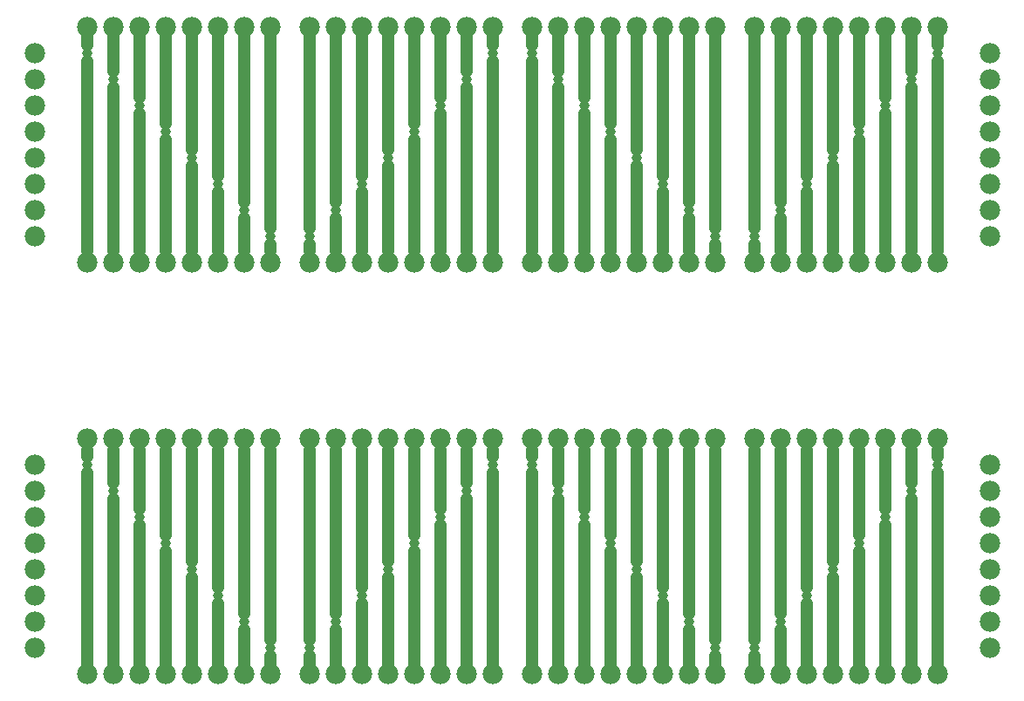
<source format=gtl>
G04 MADE WITH FRITZING*
G04 WWW.FRITZING.ORG*
G04 DOUBLE SIDED*
G04 HOLES PLATED*
G04 CONTOUR ON CENTER OF CONTOUR VECTOR*
%ASAXBY*%
%FSLAX23Y23*%
%MOIN*%
%OFA0B0*%
%SFA1.0B1.0*%
%ADD10C,0.078000*%
%ADD11C,0.039370*%
%ADD12C,0.048000*%
%LNCOPPER1*%
G90*
G70*
G54D10*
X2869Y208D03*
X2969Y208D03*
X3069Y208D03*
X3169Y208D03*
X3269Y208D03*
X3369Y208D03*
X3469Y208D03*
X3569Y208D03*
X2869Y1783D03*
X2969Y1783D03*
X3069Y1783D03*
X3169Y1783D03*
X3269Y1783D03*
X3369Y1783D03*
X3469Y1783D03*
X3569Y1783D03*
X2719Y208D03*
X2619Y208D03*
X2519Y208D03*
X2419Y208D03*
X2319Y208D03*
X2219Y208D03*
X2119Y208D03*
X2019Y208D03*
X2719Y1783D03*
X2619Y1783D03*
X2519Y1783D03*
X2419Y1783D03*
X2319Y1783D03*
X2219Y1783D03*
X2119Y1783D03*
X2019Y1783D03*
X1169Y208D03*
X1269Y208D03*
X1369Y208D03*
X1469Y208D03*
X1569Y208D03*
X1669Y208D03*
X1769Y208D03*
X1869Y208D03*
X1169Y1783D03*
X1269Y1783D03*
X1369Y1783D03*
X1469Y1783D03*
X1569Y1783D03*
X1669Y1783D03*
X1769Y1783D03*
X1869Y1783D03*
X1019Y208D03*
X919Y208D03*
X819Y208D03*
X719Y208D03*
X619Y208D03*
X519Y208D03*
X419Y208D03*
X319Y208D03*
X1019Y1783D03*
X919Y1783D03*
X819Y1783D03*
X719Y1783D03*
X619Y1783D03*
X519Y1783D03*
X419Y1783D03*
X319Y1783D03*
X2869Y1108D03*
X2969Y1108D03*
X3069Y1108D03*
X3169Y1108D03*
X3269Y1108D03*
X3369Y1108D03*
X3469Y1108D03*
X3569Y1108D03*
X2869Y2683D03*
X2969Y2683D03*
X3069Y2683D03*
X3169Y2683D03*
X3269Y2683D03*
X3369Y2683D03*
X3469Y2683D03*
X3569Y2683D03*
X2719Y1108D03*
X2619Y1108D03*
X2519Y1108D03*
X2419Y1108D03*
X2319Y1108D03*
X2219Y1108D03*
X2119Y1108D03*
X2019Y1108D03*
X2719Y2683D03*
X2619Y2683D03*
X2519Y2683D03*
X2419Y2683D03*
X2319Y2683D03*
X2219Y2683D03*
X2119Y2683D03*
X2019Y2683D03*
X1169Y1108D03*
X1269Y1108D03*
X1369Y1108D03*
X1469Y1108D03*
X1569Y1108D03*
X1669Y1108D03*
X1769Y1108D03*
X1869Y1108D03*
X1169Y2683D03*
X1269Y2683D03*
X1369Y2683D03*
X1469Y2683D03*
X1569Y2683D03*
X1669Y2683D03*
X1769Y2683D03*
X1869Y2683D03*
X1019Y1108D03*
X919Y1108D03*
X819Y1108D03*
X719Y1108D03*
X619Y1108D03*
X519Y1108D03*
X419Y1108D03*
X319Y1108D03*
X1019Y2683D03*
X919Y2683D03*
X819Y2683D03*
X719Y2683D03*
X619Y2683D03*
X519Y2683D03*
X419Y2683D03*
X319Y2683D03*
X3769Y308D03*
X3769Y408D03*
X3769Y508D03*
X3769Y608D03*
X3769Y708D03*
X3769Y808D03*
X3769Y908D03*
X3769Y1008D03*
X3769Y1883D03*
X3769Y1983D03*
X3769Y2083D03*
X3769Y2183D03*
X3769Y2283D03*
X3769Y2383D03*
X3769Y2483D03*
X3769Y2583D03*
X119Y308D03*
X119Y408D03*
X119Y508D03*
X119Y608D03*
X119Y708D03*
X119Y808D03*
X119Y908D03*
X119Y1008D03*
X119Y1883D03*
X119Y1983D03*
X119Y2083D03*
X119Y2183D03*
X119Y2283D03*
X119Y2383D03*
X119Y2483D03*
X119Y2583D03*
G54D11*
X3069Y508D03*
X3069Y2083D03*
X2519Y508D03*
X2519Y2083D03*
X1369Y508D03*
X1369Y2083D03*
X819Y508D03*
X819Y2083D03*
X2869Y308D03*
X2869Y1883D03*
X2719Y308D03*
X2719Y1883D03*
X1169Y308D03*
X1169Y1883D03*
X1019Y308D03*
X1019Y1883D03*
X2969Y408D03*
X2969Y1983D03*
X2619Y408D03*
X2619Y1983D03*
X1269Y408D03*
X1269Y1983D03*
X919Y408D03*
X919Y1983D03*
X3169Y608D03*
X3169Y2183D03*
X2419Y608D03*
X2419Y2183D03*
X1469Y608D03*
X1469Y2183D03*
X719Y608D03*
X719Y2183D03*
X3269Y708D03*
X3269Y2283D03*
X2319Y708D03*
X2319Y2283D03*
X1569Y708D03*
X1569Y2283D03*
X619Y708D03*
X619Y2283D03*
X3369Y808D03*
X3369Y2383D03*
X2219Y808D03*
X2219Y2383D03*
X1669Y808D03*
X1669Y2383D03*
X519Y808D03*
X519Y2383D03*
X3469Y908D03*
X3469Y2483D03*
X2119Y908D03*
X2119Y2483D03*
X1769Y908D03*
X1769Y2483D03*
X419Y908D03*
X419Y2483D03*
X3569Y1008D03*
X3569Y2583D03*
X2019Y1008D03*
X2019Y2583D03*
X1869Y1008D03*
X1869Y2583D03*
X319Y1008D03*
X319Y2583D03*
G54D12*
X3569Y977D02*
X3569Y249D01*
D02*
X3569Y2552D02*
X3569Y1824D01*
D02*
X2019Y977D02*
X2019Y249D01*
D02*
X2019Y2552D02*
X2019Y1824D01*
D02*
X1869Y977D02*
X1869Y249D01*
D02*
X1869Y2552D02*
X1869Y1824D01*
D02*
X319Y977D02*
X319Y249D01*
D02*
X319Y2552D02*
X319Y1824D01*
D02*
X3569Y1066D02*
X3569Y1038D01*
D02*
X3569Y2641D02*
X3569Y2613D01*
D02*
X2019Y1066D02*
X2019Y1038D01*
D02*
X2019Y2641D02*
X2019Y2613D01*
D02*
X1869Y1066D02*
X1869Y1038D01*
D02*
X1869Y2641D02*
X1869Y2613D01*
D02*
X319Y1066D02*
X319Y1038D01*
D02*
X319Y2641D02*
X319Y2613D01*
D02*
X3469Y938D02*
X3469Y1066D01*
D02*
X3469Y2513D02*
X3469Y2641D01*
D02*
X2119Y938D02*
X2119Y1066D01*
D02*
X2119Y2513D02*
X2119Y2641D01*
D02*
X1769Y938D02*
X1769Y1066D01*
D02*
X1769Y2513D02*
X1769Y2641D01*
D02*
X419Y938D02*
X419Y1066D01*
D02*
X419Y2513D02*
X419Y2641D01*
D02*
X3469Y249D02*
X3469Y877D01*
D02*
X3469Y1824D02*
X3469Y2452D01*
D02*
X2119Y249D02*
X2119Y877D01*
D02*
X2119Y1824D02*
X2119Y2452D01*
D02*
X1769Y249D02*
X1769Y877D01*
D02*
X1769Y1824D02*
X1769Y2452D01*
D02*
X419Y249D02*
X419Y877D01*
D02*
X419Y1824D02*
X419Y2452D01*
D02*
X3369Y777D02*
X3369Y249D01*
D02*
X3369Y2352D02*
X3369Y1824D01*
D02*
X2219Y777D02*
X2219Y249D01*
D02*
X2219Y2352D02*
X2219Y1824D01*
D02*
X1669Y777D02*
X1669Y249D01*
D02*
X1669Y2352D02*
X1669Y1824D01*
D02*
X519Y777D02*
X519Y249D01*
D02*
X519Y2352D02*
X519Y1824D01*
D02*
X3369Y838D02*
X3369Y1066D01*
D02*
X3369Y2413D02*
X3369Y2641D01*
D02*
X2219Y838D02*
X2219Y1066D01*
D02*
X2219Y2413D02*
X2219Y2641D01*
D02*
X1669Y838D02*
X1669Y1066D01*
D02*
X1669Y2413D02*
X1669Y2641D01*
D02*
X519Y838D02*
X519Y1066D01*
D02*
X519Y2413D02*
X519Y2641D01*
D02*
X3269Y1066D02*
X3269Y738D01*
D02*
X3269Y2641D02*
X3269Y2313D01*
D02*
X2319Y1066D02*
X2319Y738D01*
D02*
X2319Y2641D02*
X2319Y2313D01*
D02*
X1569Y1066D02*
X1569Y738D01*
D02*
X1569Y2641D02*
X1569Y2313D01*
D02*
X619Y1066D02*
X619Y738D01*
D02*
X619Y2641D02*
X619Y2313D01*
D02*
X3269Y677D02*
X3269Y249D01*
D02*
X3269Y2252D02*
X3269Y1824D01*
D02*
X2319Y677D02*
X2319Y249D01*
D02*
X2319Y2252D02*
X2319Y1824D01*
D02*
X1569Y677D02*
X1569Y249D01*
D02*
X1569Y2252D02*
X1569Y1824D01*
D02*
X619Y677D02*
X619Y249D01*
D02*
X619Y2252D02*
X619Y1824D01*
D02*
X3169Y638D02*
X3169Y1066D01*
D02*
X3169Y2213D02*
X3169Y2641D01*
D02*
X2419Y638D02*
X2419Y1066D01*
D02*
X2419Y2213D02*
X2419Y2641D01*
D02*
X1469Y638D02*
X1469Y1066D01*
D02*
X1469Y2213D02*
X1469Y2641D01*
D02*
X719Y638D02*
X719Y1066D01*
D02*
X719Y2213D02*
X719Y2641D01*
D02*
X3169Y577D02*
X3169Y249D01*
D02*
X3169Y2152D02*
X3169Y1824D01*
D02*
X2419Y577D02*
X2419Y249D01*
D02*
X2419Y2152D02*
X2419Y1824D01*
D02*
X1469Y577D02*
X1469Y249D01*
D02*
X1469Y2152D02*
X1469Y1824D01*
D02*
X719Y577D02*
X719Y249D01*
D02*
X719Y2152D02*
X719Y1824D01*
D02*
X3069Y538D02*
X3069Y1066D01*
D02*
X3069Y2113D02*
X3069Y2641D01*
D02*
X2519Y538D02*
X2519Y1066D01*
D02*
X2519Y2113D02*
X2519Y2641D01*
D02*
X1369Y538D02*
X1369Y1066D01*
D02*
X1369Y2113D02*
X1369Y2641D01*
D02*
X819Y538D02*
X819Y1066D01*
D02*
X819Y2113D02*
X819Y2641D01*
D02*
X3069Y477D02*
X3069Y249D01*
D02*
X3069Y2052D02*
X3069Y1824D01*
D02*
X2519Y477D02*
X2519Y249D01*
D02*
X2519Y2052D02*
X2519Y1824D01*
D02*
X1369Y477D02*
X1369Y249D01*
D02*
X1369Y2052D02*
X1369Y1824D01*
D02*
X819Y477D02*
X819Y249D01*
D02*
X819Y2052D02*
X819Y1824D01*
D02*
X2969Y377D02*
X2969Y249D01*
D02*
X2969Y1952D02*
X2969Y1824D01*
D02*
X2619Y377D02*
X2619Y249D01*
D02*
X2619Y1952D02*
X2619Y1824D01*
D02*
X1269Y377D02*
X1269Y249D01*
D02*
X1269Y1952D02*
X1269Y1824D01*
D02*
X919Y377D02*
X919Y249D01*
D02*
X919Y1952D02*
X919Y1824D01*
D02*
X2869Y277D02*
X2869Y249D01*
D02*
X2869Y1852D02*
X2869Y1824D01*
D02*
X2719Y277D02*
X2719Y249D01*
D02*
X2719Y1852D02*
X2719Y1824D01*
D02*
X1169Y277D02*
X1169Y249D01*
D02*
X1169Y1852D02*
X1169Y1824D01*
D02*
X1019Y277D02*
X1019Y249D01*
D02*
X1019Y1852D02*
X1019Y1824D01*
D02*
X2969Y438D02*
X2969Y1066D01*
D02*
X2969Y2013D02*
X2969Y2641D01*
D02*
X2619Y438D02*
X2619Y1066D01*
D02*
X2619Y2013D02*
X2619Y2641D01*
D02*
X1269Y438D02*
X1269Y1066D01*
D02*
X1269Y2013D02*
X1269Y2641D01*
D02*
X919Y438D02*
X919Y1066D01*
D02*
X919Y2013D02*
X919Y2641D01*
D02*
X2869Y338D02*
X2869Y1066D01*
D02*
X2869Y1913D02*
X2869Y2641D01*
D02*
X2719Y338D02*
X2719Y1066D01*
D02*
X2719Y1913D02*
X2719Y2641D01*
D02*
X1169Y338D02*
X1169Y1066D01*
D02*
X1169Y1913D02*
X1169Y2641D01*
D02*
X1019Y338D02*
X1019Y1066D01*
D02*
X1019Y1913D02*
X1019Y2641D01*
G04 End of Copper1*
M02*
</source>
